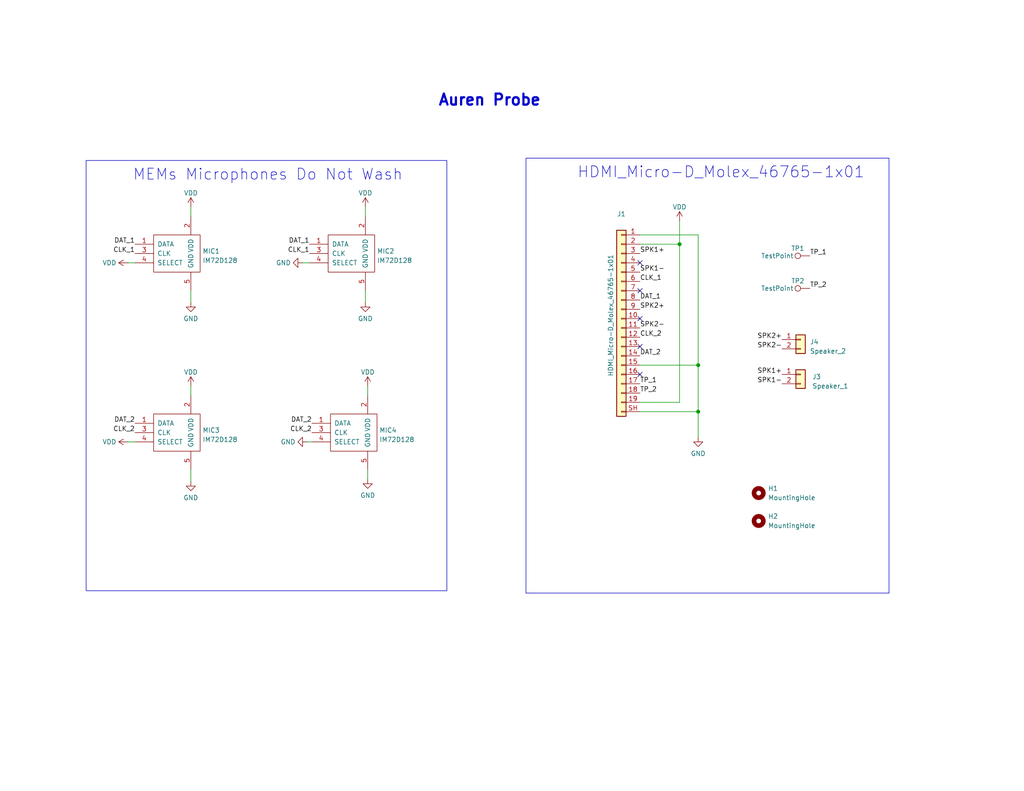
<source format=kicad_sch>
(kicad_sch (version 20250114) (generator "eeschema") (generator_version "9.0")
  (paper "A")
  (title_block (title "Hearing Probe Board") (date "2025-08-28") (rev "v1.0") (company "Flywheel Lab") (comment 1 "Desiged for Creare"))
  (lib_symbols
    (symbol "Connector:TestPoint" (pin_numbers (hide yes)) (pin_names (offset 0.762) (hide yes))
      (property "Reference" "TP" (at 0 6.858 0))
      (property "Value" "TestPoint" (at 0 5.08 0))
      (symbol "TestPoint_0_1"
        (circle (center 0 3.302) (radius 0.762))
      )
      (symbol "TestPoint_1_1"
        (pin passive line (at 0 0 90) (length 2.54) (name "1") (number "1"))
      )
    )
    (symbol "Connector_Generic:Conn_01x02" (pin_names (offset 1.016) (hide yes))
      (property "Reference" "J" (at 0 2.54 0))
      (property "Value" "Conn_01x02" (at 0 -5.08 0))
      (symbol "Conn_01x02_1_1"
        (rectangle (start -1.27 1.27) (end 1.27 -3.81) (stroke (width 0.254)) (fill (type background)))
        (rectangle (start -1.27 0.127) (end 0 -0.127) (stroke (width 0.1524)))
        (rectangle (start -1.27 -2.413) (end 0 -2.667) (stroke (width 0.1524)))
        (pin passive line (at -5.08 0 0) (length 3.81) (name "Pin_1") (number "1"))
        (pin passive line (at -5.08 -2.54 0) (length 3.81) (name "Pin_2") (number "2"))
      )
    )
    (symbol "Flywheel_Library:Auren_Connector_hdmi" (pin_names (offset 1.016) (hide yes))
      (property "Reference" "J" (at 0 25.4 0))
      (property "Value" "Auren_Connector_hdmi" (at 0 -27.94 0))
      (symbol "Auren_Connector_hdmi_1_1"
        (rectangle (start -1.27 24.13) (end 1.27 -26.67) (stroke (width 0.254)) (fill (type background)))
        (rectangle (start -1.27 22.987) (end 0 22.733) (stroke (width 0.1524)))
        (rectangle (start -1.27 20.447) (end 0 20.193) (stroke (width 0.1524)))
        (rectangle (start -1.27 17.907) (end 0 17.653) (stroke (width 0.1524)))
        (rectangle (start -1.27 15.367) (end 0 15.113) (stroke (width 0.1524)))
        (rectangle (start -1.27 12.827) (end 0 12.573) (stroke (width 0.1524)))
        (rectangle (start -1.27 10.287) (end 0 10.033) (stroke (width 0.1524)))
        (rectangle (start -1.27 7.747) (end 0 7.493) (stroke (width 0.1524)))
        (rectangle (start -1.27 5.207) (end 0 4.953) (stroke (width 0.1524)))
        (rectangle (start -1.27 2.667) (end 0 2.413) (stroke (width 0.1524)))
        (rectangle (start -1.27 0.127) (end 0 -0.127) (stroke (width 0.1524)))
        (rectangle (start -1.27 -2.413) (end 0 -2.667) (stroke (width 0.1524)))
        (rectangle (start -1.27 -4.953) (end 0 -5.207) (stroke (width 0.1524)))
        (rectangle (start -1.27 -7.493) (end 0 -7.747) (stroke (width 0.1524)))
        (rectangle (start -1.27 -10.033) (end 0 -10.287) (stroke (width 0.1524)))
        (rectangle (start -1.27 -12.573) (end 0 -12.827) (stroke (width 0.1524)))
        (rectangle (start -1.27 -15.113) (end 0 -15.367) (stroke (width 0.1524)))
        (rectangle (start -1.27 -17.653) (end 0 -17.907) (stroke (width 0.1524)))
        (rectangle (start -1.27 -20.193) (end 0 -20.447) (stroke (width 0.1524)))
        (rectangle (start -1.27 -22.733) (end 0 -22.987) (stroke (width 0.1524)))
        (rectangle (start -1.27 -25.273) (end 0 -25.527) (stroke (width 0.1524)))
        (pin passive line (at -5.08 22.86 0) (length 3.81) (name "Pin_1") (number "1"))
        (pin passive line (at -5.08 20.32 0) (length 3.81) (name "Pin_2") (number "2"))
        (pin passive line (at -5.08 17.78 0) (length 3.81) (name "Pin_3") (number "3"))
        (pin passive line (at -5.08 15.24 0) (length 3.81) (name "Pin_4") (number "4"))
        (pin passive line (at -5.08 12.7 0) (length 3.81) (name "Pin_5") (number "5"))
        (pin passive line (at -5.08 10.16 0) (length 3.81) (name "Pin_6") (number "6"))
        (pin passive line (at -5.08 7.62 0) (length 3.81) (name "Pin_7") (number "7"))
        (pin passive line (at -5.08 5.08 0) (length 3.81) (name "Pin_8") (number "8"))
        (pin passive line (at -5.08 2.54 0) (length 3.81) (name "Pin_9") (number "9"))
        (pin passive line (at -5.08 0 0) (length 3.81) (name "Pin_10") (number "10"))
        (pin passive line (at -5.08 -2.54 0) (length 3.81) (name "Pin_11") (number "11"))
        (pin passive line (at -5.08 -5.08 0) (length 3.81) (name "Pin_12") (number "12"))
        (pin passive line (at -5.08 -7.62 0) (length 3.81) (name "Pin_13") (number "13"))
        (pin passive line (at -5.08 -10.16 0) (length 3.81) (name "Pin_14") (number "14"))
        (pin passive line (at -5.08 -12.7 0) (length 3.81) (name "Pin_15") (number "15"))
        (pin passive line (at -5.08 -15.24 0) (length 3.81) (name "Pin_16") (number "16"))
        (pin passive line (at -5.08 -17.78 0) (length 3.81) (name "Pin_17") (number "17"))
        (pin passive line (at -5.08 -20.32 0) (length 3.81) (name "Pin_18") (number "18"))
        (pin passive line (at -5.08 -22.86 0) (length 3.81) (name "Pin_19") (number "19"))
        (pin passive line (at -5.08 -25.4 0) (length 3.81) (name "Pin_20") (number "SH"))
      )
    )
    (symbol "Flywheel_Library:IM72D128" (pin_names (offset 1.016))
      (property "Reference" "MIC" (at -6.35 5.08 0))
      (property "Value" "IM72D128" (at -5.08 -7.62 0))
      (symbol "IM72D128_0_1"
        (rectangle (start -8.89 3.81) (end 3.81 -6.35))
      )
      (symbol "IM72D128_1_1"
        (pin output line (at -13.97 1.27 0) (length 5.08) (name "DATA") (number "1"))
        (pin input line (at -13.97 -1.27 0) (length 5.08) (name "CLK") (number "3"))
        (pin input line (at -13.97 -3.81 0) (length 5.08) (name "SELECT") (number "4"))
        (pin power_in line (at 1.27 8.89 270) (length 5.08) (name "VDD") (number "2"))
        (pin power_in line (at 1.27 -11.43 90) (length 5.08) (name "GND") (number "5"))
      )
    )
    (symbol "Mechanical:MountingHole" (pin_names (offset 1.016)) (exclude_from_sim yes) (in_bom no)
      (property "Reference" "H" (at 0 5.08 0))
      (property "Value" "MountingHole" (at 0 3.175 0))
      (symbol "MountingHole_0_1"
        (circle (center 0 0) (radius 1.27) (stroke (width 1.27)))
      )
    )
    (symbol "MountingHole_1" (pin_numbers (hide yes)) (pin_names (offset 1.016)) (exclude_from_sim yes) (in_bom no)
      (property "Reference" "H" (at 0 5.08 0))
      (property "Value" "MountingHole" (at 0 3.175 0))
      (symbol "MountingHole_1_0_1"
        (circle (center 0 0) (radius 1.27) (stroke (width 1.27)))
      )
    )
    (symbol "power:GND" (power) (pin_names (offset 0))
      (property "Value" "GND" (at 0 -3.81 0))
      (symbol "GND_0_1"
        (polyline (pts (xy 0 0) (xy 0 -1.27) (xy 1.27 -1.27) (xy 0 -2.54) (xy -1.27 -1.27) (xy 0 -1.27)))
      )
      (symbol "GND_1_1"
        (pin power_in line (at 0 0 270) (length 0) (hide yes) (name "GND") (number "1"))
      )
    )
    (symbol "power:VDD" (power) (pin_names (offset 0))
      (property "Value" "VDD" (at 0 3.81 0))
      (symbol "VDD_0_1"
        (polyline (pts (xy -0.762 1.27) (xy 0 2.54)))
        (polyline (pts (xy 0 2.54) (xy 0.762 1.27)))
        (polyline (pts (xy 0 0) (xy 0 2.54)))
      )
      (symbol "VDD_1_1"
        (pin power_in line (at 0 0 90) (length 0) (hide yes) (name "VDD") (number "1"))
      )
    )
  )
  (rectangle (start 143.51 43.18) (end 242.57 161.925))
  (rectangle (start 23.495 43.815) (end 121.92 161.29))
  (text "MEMs Microphones Do Not Wash" (at 36.195 49.53 0) (effects (font (size 3 3)) (justify left bottom)))
  (text "Auren Probe" (at 133.604 29.21 0) (effects (font (size 3 3) (thickness 0.6) (bold yes)) (justify bottom)))
  (text "HDMI_Micro-D_Molex_46765-1x01" (at 157.48 48.895 0) (effects (font (size 3 3)) (justify left bottom)))
  (junction (at 190.5 99.695))
  (junction (at 190.5 112.395))
  (junction (at 185.42 66.675))
  (no_connect (at 174.625 102.235))
  (no_connect (at 174.625 79.375))
  (no_connect (at 174.625 86.995))
  (no_connect (at 174.625 71.755))
  (no_connect (at 174.625 94.615))
  (wire (pts (xy 174.625 99.695) (xy 190.5 99.695)))
  (wire (pts (xy 190.5 99.695) (xy 190.5 112.395)))
  (wire (pts (xy 185.42 66.675) (xy 185.42 109.855)))
  (wire (pts (xy 52.07 56.515) (xy 52.07 59.055)))
  (wire (pts (xy 190.5 64.135) (xy 190.5 99.695)))
  (wire (pts (xy 34.925 120.65) (xy 36.83 120.65)))
  (wire (pts (xy 99.695 56.515) (xy 99.695 59.055)))
  (wire (pts (xy 185.42 109.855) (xy 174.625 109.855)))
  (wire (pts (xy 190.5 112.395) (xy 190.5 119.38)))
  (wire (pts (xy 174.625 64.135) (xy 190.5 64.135)))
  (wire (pts (xy 52.07 128.27) (xy 52.07 131.445)))
  (wire (pts (xy 52.07 105.41) (xy 52.07 107.95)))
  (wire (pts (xy 83.82 120.65) (xy 85.09 120.65)))
  (wire (pts (xy 174.625 112.395) (xy 190.5 112.395)))
  (wire (pts (xy 99.695 79.375) (xy 99.695 82.55)))
  (wire (pts (xy 174.625 66.675) (xy 185.42 66.675)))
  (wire (pts (xy 82.55 71.755) (xy 84.455 71.755)))
  (wire (pts (xy 100.33 128.27) (xy 100.33 130.81)))
  (wire (pts (xy 100.33 105.41) (xy 100.33 107.95)))
  (wire (pts (xy 185.42 60.325) (xy 185.42 66.675)))
  (wire (pts (xy 34.925 71.755) (xy 36.83 71.755)))
  (wire (pts (xy 52.07 79.375) (xy 52.07 82.55)))
  (label "SPK1-" (at 213.36 104.775 180))
  (label "TP_1" (at 174.625 104.775 0))
  (label "SPK2+" (at 213.36 92.71 180))
  (label "CLK_2" (at 85.09 118.11 180))
  (label "TP_2" (at 220.98 78.74 0))
  (label "CLK_2" (at 174.625 92.075 0))
  (label "SPK2-" (at 174.625 89.535 0))
  (label "DAT_2" (at 85.09 115.57 180))
  (label "DAT_2" (at 174.625 97.155 0))
  (label "TP_1" (at 220.98 69.85 0))
  (label "TP_2" (at 174.625 107.315 0))
  (label "DAT_1" (at 174.625 81.915 0))
  (label "SPK2-" (at 213.36 95.25 180))
  (label "SPK1+" (at 174.625 69.215 0))
  (label "DAT_2" (at 36.83 115.57 180))
  (label "SPK1-" (at 174.625 74.295 0))
  (label "SPK2+" (at 174.625 84.455 0))
  (label "CLK_1" (at 36.83 69.215 180))
  (label "SPK1+" (at 213.36 102.235 180))
  (label "CLK_2" (at 36.83 118.11 180))
  (label "CLK_1" (at 84.455 69.215 180))
  (label "CLK_1" (at 174.625 76.835 0))
  (label "DAT_1" (at 36.83 66.675 180))
  (label "DAT_1" (at 84.455 66.675 180))
  (symbol (lib_id "Flywheel_Library:IM72D128") (at 99.06 116.84 0) (unit 1)
    (property "Reference" "MIC4" (at 103.505 117.475 0) (effects (justify left)))
    (property "Value" "IM72D128" (at 103.505 120.015 0) (effects (justify left)))
    (property "Footprint" "Flywheel:IM69D130" (effects (hide yes)))
    (property "Position" "Front Mic 2" (effects (hide yes)))
  )
  (symbol (lib_name "MountingHole_1") (lib_id "Mechanical:MountingHole") (at 207.01 134.62 0) (unit 1) (exclude_from_sim yes) (in_bom no)
    (property "Reference" "H1" (at 209.55 133.3499 0) (effects (justify left)))
    (property "Value" "MountingHole" (at 209.55 135.8899 0) (effects (justify left)))
    (property "Footprint" "auren-library:MountingHole_0-80_Screw" (effects (hide yes)))
    (property "Description" "Mounting Hole without connection" (effects (hide yes)))
  )
  (symbol (lib_id "Connector_Generic:Conn_01x02") (at 218.44 92.71 0) (unit 1)
    (property "Reference" "J4" (at 220.98 93.345 0) (effects (justify left)))
    (property "Value" "Speaker_2" (at 220.98 95.885 0) (effects (justify left)))
    (property "Footprint" "Connector_PinHeader_2.54mm:PinHeader_1x02_P2.54mm_Vertical" (effects (hide yes)))
  )
  (symbol (lib_id "power:VDD") (at 52.07 56.515 0) (unit 1)
    (property "Reference" "#PWR09" (effects (hide yes)))
    (property "Value" "VDD" (at 52.07 52.705 0))
  )
  (symbol (lib_id "Connector_Generic:Conn_01x02") (at 218.44 102.235 0) (unit 1)
    (property "Reference" "J3" (at 221.615 102.87 0) (effects (justify left)))
    (property "Value" "Speaker_1" (at 221.615 105.41 0) (effects (justify left)))
    (property "Footprint" "Connector_PinHeader_2.54mm:PinHeader_1x02_P2.54mm_Vertical" (effects (hide yes)))
  )
  (symbol (lib_id "Mechanical:MountingHole") (at 207.01 142.24 0) (unit 1) (exclude_from_sim yes) (in_bom no)
    (property "Reference" "H2" (at 209.55 140.9699 0) (effects (justify left)))
    (property "Value" "MountingHole" (at 209.55 143.5099 0) (effects (justify left)))
    (property "Footprint" "auren-library:MountingHole_0-80_Screw" (effects (hide yes)))
    (property "Description" "Mounting Hole without connection" (effects (hide yes)))
  )
  (symbol (lib_id "power:VDD") (at 52.07 105.41 0) (unit 1)
    (property "Reference" "#PWR011" (effects (hide yes)))
    (property "Value" "VDD" (at 52.07 101.6 0))
  )
  (symbol (lib_id "power:GND") (at 99.695 82.55 0) (unit 1)
    (property "Reference" "#PWR06" (effects (hide yes)))
    (property "Value" "GND" (at 99.695 86.995 0))
  )
  (symbol (lib_id "power:GND") (at 190.5 119.38 0) (unit 1)
    (property "Reference" "#PWR04" (effects (hide yes)))
    (property "Value" "GND" (at 190.5 123.825 0))
  )
  (symbol (lib_id "power:VDD") (at 185.42 60.325 0) (unit 1)
    (property "Reference" "#PWR03" (effects (hide yes)))
    (property "Value" "VDD" (at 185.42 56.515 0))
  )
  (symbol (lib_id "power:VDD") (at 100.33 105.41 0) (unit 1)
    (property "Reference" "#PWR012" (effects (hide yes)))
    (property "Value" "VDD" (at 100.33 101.6 0))
  )
  (symbol (lib_id "Connector:TestPoint") (at 220.98 78.74 90) (unit 1)
    (property "Reference" "TP2" (at 217.678 76.708 90))
    (property "Value" "TestPoint" (at 212.09 78.74 90))
    (property "Footprint" "TestPoint:TestPoint_Pad_1.0x1.0mm" (effects (hide yes)))
    (property "Description" "test point" (effects (hide yes)))
  )
  (symbol (lib_id "power:VDD") (at 34.925 71.755 90) (unit 1)
    (property "Reference" "#PWR013" (effects (hide yes)))
    (property "Value" "VDD" (at 29.845 71.755 90))
  )
  (symbol (lib_id "power:GND") (at 52.07 131.445 0) (unit 1)
    (property "Reference" "#PWR08" (effects (hide yes)))
    (property "Value" "GND" (at 52.07 135.89 0))
  )
  (symbol (lib_id "Flywheel_Library:Auren_Connector_hdmi") (at 169.545 86.995 0) (mirror y) (unit 1)
    (property "Reference" "J1" (at 169.545 58.42 0))
    (property "Value" "HDMI_Micro-D_Molex_46765-1x01" (at 166.624 86.106 90))
    (property "Footprint" "Connector_Video:HDMI_Micro-D_Molex_46765-1x01" (effects (hide yes)))
    (property "Description" "Generic connector, single row, 01x20, script generated (kicad-library-utils/schlib/autogen/connector/)" (effects (hide yes)))
  )
  (symbol (lib_id "power:VDD") (at 34.925 120.65 90) (unit 1)
    (property "Reference" "#PWR014" (effects (hide yes)))
    (property "Value" "VDD" (at 29.845 120.65 90))
  )
  (symbol (lib_id "Flywheel_Library:IM72D128") (at 50.8 67.945 0) (unit 1)
    (property "Reference" "MIC1" (at 55.245 68.58 0) (effects (justify left)))
    (property "Value" "IM72D128" (at 55.245 71.12 0) (effects (justify left)))
    (property "Footprint" "Flywheel:IM69D130" (effects (hide yes)))
    (property "Position" "Back Mic 1" (effects (hide yes)))
  )
  (symbol (lib_id "power:VDD") (at 99.695 56.515 0) (unit 1)
    (property "Reference" "#PWR010" (effects (hide yes)))
    (property "Value" "VDD" (at 99.695 52.705 0))
  )
  (symbol (lib_id "Connector:TestPoint") (at 220.98 69.85 90) (unit 1)
    (property "Reference" "TP1" (at 217.678 67.818 90))
    (property "Value" "TestPoint" (at 212.09 69.85 90))
    (property "Footprint" "TestPoint:TestPoint_Pad_1.0x1.0mm" (effects (hide yes)))
    (property "Description" "test point" (effects (hide yes)))
  )
  (symbol (lib_id "power:GND") (at 82.55 71.755 270) (unit 1)
    (property "Reference" "#PWR015" (effects (hide yes)))
    (property "Value" "GND" (at 79.375 71.755 90) (effects (justify right)))
  )
  (symbol (lib_id "power:GND") (at 100.33 130.81 0) (unit 1)
    (property "Reference" "#PWR05" (effects (hide yes)))
    (property "Value" "GND" (at 100.33 135.255 0))
  )
  (symbol (lib_id "Flywheel_Library:IM72D128") (at 50.8 116.84 0) (unit 1)
    (property "Reference" "MIC3" (at 55.245 117.475 0) (effects (justify left)))
    (property "Value" "IM72D128" (at 55.245 120.015 0) (effects (justify left)))
    (property "Footprint" "Flywheel:IM69D130" (effects (hide yes)))
    (property "Position" "Back Mic 2" (effects (hide yes)))
  )
  (symbol (lib_id "Flywheel_Library:IM72D128") (at 98.425 67.945 0) (unit 1)
    (property "Reference" "MIC2" (at 102.87 68.58 0) (effects (justify left)))
    (property "Value" "IM72D128" (at 102.87 71.12 0) (effects (justify left)))
    (property "Footprint" "Flywheel:IM69D130" (effects (hide yes)))
    (property "Position" "Front Mic 1" (effects (hide yes)))
  )
  (symbol (lib_id "power:GND") (at 52.07 82.55 0) (unit 1)
    (property "Reference" "#PWR07" (effects (hide yes)))
    (property "Value" "GND" (at 52.07 86.995 0))
  )
  (symbol (lib_id "power:GND") (at 83.82 120.65 270) (unit 1)
    (property "Reference" "#PWR016" (effects (hide yes)))
    (property "Value" "GND" (at 80.645 120.65 90) (effects (justify right)))
  )
)
</source>
